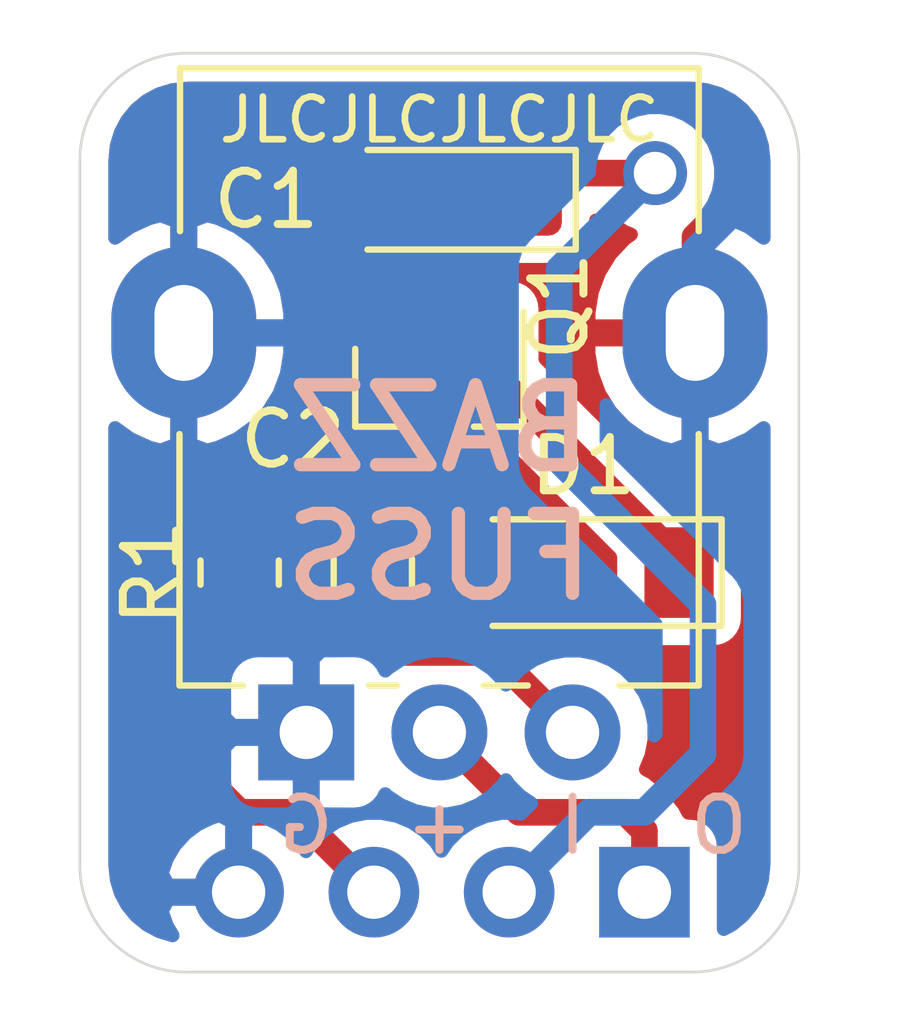
<source format=kicad_pcb>
(kicad_pcb (version 20171130) (host pcbnew "(5.1.9)-1")

  (general
    (thickness 1.6)
    (drawings 14)
    (tracks 42)
    (zones 0)
    (modules 7)
    (nets 8)
  )

  (page A4)
  (layers
    (0 F.Cu signal)
    (31 B.Cu signal)
    (32 B.Adhes user hide)
    (33 F.Adhes user hide)
    (34 B.Paste user)
    (35 F.Paste user)
    (36 B.SilkS user)
    (37 F.SilkS user)
    (38 B.Mask user)
    (39 F.Mask user)
    (40 Dwgs.User user)
    (41 Cmts.User user)
    (42 Eco1.User user)
    (43 Eco2.User user)
    (44 Edge.Cuts user)
    (45 Margin user)
    (46 B.CrtYd user hide)
    (47 F.CrtYd user hide)
    (48 B.Fab user hide)
    (49 F.Fab user hide)
  )

  (setup
    (last_trace_width 0.5)
    (user_trace_width 0.5)
    (trace_clearance 0.2)
    (zone_clearance 0.508)
    (zone_45_only no)
    (trace_min 0.2)
    (via_size 0.8)
    (via_drill 0.4)
    (via_min_size 0.4)
    (via_min_drill 0.3)
    (uvia_size 0.3)
    (uvia_drill 0.1)
    (uvias_allowed no)
    (uvia_min_size 0.2)
    (uvia_min_drill 0.1)
    (edge_width 0.05)
    (segment_width 0.2)
    (pcb_text_width 0.3)
    (pcb_text_size 1.5 1.5)
    (mod_edge_width 0.12)
    (mod_text_size 1 1)
    (mod_text_width 0.15)
    (pad_size 2.72 3.24)
    (pad_drill 1.1)
    (pad_to_mask_clearance 0)
    (aux_axis_origin 0 0)
    (visible_elements 7FFFFFFF)
    (pcbplotparams
      (layerselection 0x010f0_ffffffff)
      (usegerberextensions false)
      (usegerberattributes true)
      (usegerberadvancedattributes true)
      (creategerberjobfile true)
      (excludeedgelayer true)
      (linewidth 0.100000)
      (plotframeref false)
      (viasonmask false)
      (mode 1)
      (useauxorigin false)
      (hpglpennumber 1)
      (hpglpenspeed 20)
      (hpglpendiameter 15.000000)
      (psnegative false)
      (psa4output false)
      (plotreference true)
      (plotvalue true)
      (plotinvisibletext false)
      (padsonsilk false)
      (subtractmaskfromsilk false)
      (outputformat 1)
      (mirror false)
      (drillshape 0)
      (scaleselection 1)
      (outputdirectory ""))
  )

  (net 0 "")
  (net 1 "Net-(C1-Pad2)")
  (net 2 "Net-(C1-Pad1)")
  (net 3 "Net-(C2-Pad2)")
  (net 4 "Net-(C2-Pad1)")
  (net 5 GND)
  (net 6 "Net-(J1-Pad1)")
  (net 7 "Net-(J1-Pad3)")

  (net_class Default "This is the default net class."
    (clearance 0.2)
    (trace_width 0.25)
    (via_dia 0.8)
    (via_drill 0.4)
    (uvia_dia 0.3)
    (uvia_drill 0.1)
    (add_net GND)
    (add_net "Net-(C1-Pad1)")
    (add_net "Net-(C1-Pad2)")
    (add_net "Net-(C2-Pad1)")
    (add_net "Net-(C2-Pad2)")
    (add_net "Net-(J1-Pad1)")
    (add_net "Net-(J1-Pad3)")
  )

  (module footprints:PinHeader_1x04_P2.54mm_Vertical_nooutline (layer B.Cu) (tedit 60E69F8E) (tstamp 60D5EAD8)
    (at 128.6 112.5 90)
    (descr "Through hole straight pin header, 1x04, 2.54mm pitch, single row")
    (tags "Through hole pin header THT 1x04 2.54mm single row")
    (path /60D63A91)
    (fp_text reference J1 (at 0.25 1.9 270) (layer B.SilkS) hide
      (effects (font (size 1 1) (thickness 0.15)) (justify mirror))
    )
    (fp_text value Conn_01x04 (at 0 -9.95 270) (layer B.Fab)
      (effects (font (size 1 1) (thickness 0.15)) (justify mirror))
    )
    (fp_text user %R (at 0 -3.81) (layer B.Fab)
      (effects (font (size 1 1) (thickness 0.15)) (justify mirror))
    )
    (fp_line (start 1.8 1.8) (end -1.8 1.8) (layer B.CrtYd) (width 0.05))
    (fp_line (start 1.8 -9.4) (end 1.8 1.8) (layer B.CrtYd) (width 0.05))
    (fp_line (start -1.8 -9.4) (end 1.8 -9.4) (layer B.CrtYd) (width 0.05))
    (fp_line (start -1.8 1.8) (end -1.8 -9.4) (layer B.CrtYd) (width 0.05))
    (fp_line (start -1.27 0.635) (end -0.635 1.27) (layer B.Fab) (width 0.1))
    (fp_line (start -1.27 -8.89) (end -1.27 0.635) (layer B.Fab) (width 0.1))
    (fp_line (start 1.27 -8.89) (end -1.27 -8.89) (layer B.Fab) (width 0.1))
    (fp_line (start 1.27 1.27) (end 1.27 -8.89) (layer B.Fab) (width 0.1))
    (fp_line (start -0.635 1.27) (end 1.27 1.27) (layer B.Fab) (width 0.1))
    (pad 1 thru_hole rect (at 0 0 90) (size 1.7 1.7) (drill 1) (layers *.Cu *.Mask)
      (net 6 "Net-(J1-Pad1)"))
    (pad 2 thru_hole oval (at 0 -2.54 90) (size 1.7 1.7) (drill 1) (layers *.Cu *.Mask)
      (net 2 "Net-(C1-Pad1)"))
    (pad 3 thru_hole oval (at 0 -5.08 90) (size 1.7 1.7) (drill 1) (layers *.Cu *.Mask)
      (net 7 "Net-(J1-Pad3)"))
    (pad 4 thru_hole oval (at 0 -7.62 90) (size 1.7 1.7) (drill 1) (layers *.Cu *.Mask)
      (net 5 GND))
    (model ${KISYS3DMOD}/Connector_PinHeader_2.54mm.3dshapes/PinHeader_1x04_P2.54mm_Vertical.wrl
      (at (xyz 0 0 0))
      (scale (xyz 1 1 1))
      (rotate (xyz 0 0 0))
    )
  )

  (module Potentiometer_THT:Potentiometer_Alpha_RD901F-40-00D_Single_Vertical (layer F.Cu) (tedit 60E69D13) (tstamp 60D5EB17)
    (at 122.25 109.5 90)
    (descr "Potentiometer, vertical, 9mm, single, http://www.taiwanalpha.com.tw/downloads?target=products&id=113")
    (tags "potentiometer vertical 9mm single")
    (path /60D5F41D)
    (fp_text reference RV1 (at 0 -2.75) (layer F.SilkS) hide
      (effects (font (size 1 1) (thickness 0.15)))
    )
    (fp_text value R_POT (at 0 9.86 270) (layer F.Fab)
      (effects (font (size 1 1) (thickness 0.15)))
    )
    (fp_line (start 0.88 4.16) (end 0.88 3.33) (layer F.SilkS) (width 0.12))
    (fp_line (start 0.88 1.71) (end 0.88 1.18) (layer F.SilkS) (width 0.12))
    (fp_line (start 0.88 -1.19) (end 0.88 -2.37) (layer F.SilkS) (width 0.12))
    (fp_line (start 0.88 7.37) (end 5.6 7.37) (layer F.SilkS) (width 0.12))
    (fp_line (start 9.41 -2.37) (end 12.47 -2.37) (layer F.SilkS) (width 0.12))
    (fp_line (start 1 7.25) (end 12.35 7.25) (layer F.Fab) (width 0.1))
    (fp_line (start 1 -2.25) (end 12.35 -2.25) (layer F.Fab) (width 0.1))
    (fp_line (start 12.35 7.25) (end 12.35 -2.25) (layer F.Fab) (width 0.1))
    (fp_line (start 1 7.25) (end 1 -2.25) (layer F.Fab) (width 0.1))
    (fp_circle (center 7.5 2.5) (end 7.5 -1) (layer F.Fab) (width 0.1))
    (fp_line (start 0.88 -2.38) (end 5.6 -2.38) (layer F.SilkS) (width 0.12))
    (fp_line (start 9.41 7.37) (end 12.47 7.37) (layer F.SilkS) (width 0.12))
    (fp_line (start 0.88 7.37) (end 0.88 5.88) (layer F.SilkS) (width 0.12))
    (fp_line (start 12.47 7.37) (end 12.47 -2.37) (layer F.SilkS) (width 0.12))
    (fp_line (start 12.6 8.91) (end 12.6 -3.91) (layer F.CrtYd) (width 0.05))
    (fp_line (start 12.6 -3.91) (end -1.15 -3.91) (layer F.CrtYd) (width 0.05))
    (fp_line (start -1.15 -3.91) (end -1.15 8.91) (layer F.CrtYd) (width 0.05))
    (fp_line (start -1.15 8.91) (end 12.6 8.91) (layer F.CrtYd) (width 0.05))
    (fp_text user %R (at 7.62 2.54 90) (layer F.Fab)
      (effects (font (size 1 1) (thickness 0.15)))
    )
    (pad "" thru_hole oval (at 7.5 -2.3 180) (size 2.72 3.24) (drill oval 1.1 1.8) (layers *.Cu *.Mask)
      (net 5 GND))
    (pad "" thru_hole oval (at 7.5 7.3 180) (size 2.72 3.24) (drill oval 1.1 1.8) (layers *.Cu *.Mask)
      (net 5 GND))
    (pad 3 thru_hole circle (at 0 5 180) (size 1.8 1.8) (drill 1) (layers *.Cu *.Mask)
      (net 4 "Net-(C2-Pad1)"))
    (pad 2 thru_hole circle (at 0 2.5 180) (size 1.8 1.8) (drill 1) (layers *.Cu *.Mask)
      (net 6 "Net-(J1-Pad1)"))
    (pad 1 thru_hole rect (at 0 0 180) (size 1.8 1.8) (drill 1) (layers *.Cu *.Mask)
      (net 5 GND))
    (model ${KISYS3DMOD}/Potentiometer_THT.3dshapes/Potentiometer_Alpha_RD901F-40-00D_Single_Vertical.wrl
      (at (xyz 0 0 0))
      (scale (xyz 1 1 1))
      (rotate (xyz 0 0 0))
    )
  )

  (module Capacitor_Tantalum_SMD:CP_EIA-3216-10_Kemet-I (layer F.Cu) (tedit 5EBA9318) (tstamp 60D5EA90)
    (at 125 99.5 180)
    (descr "Tantalum Capacitor SMD Kemet-I (3216-10 Metric), IPC_7351 nominal, (Body size from: http://www.kemet.com/Lists/ProductCatalog/Attachments/253/KEM_TC101_STD.pdf), generated with kicad-footprint-generator")
    (tags "capacitor tantalum")
    (path /60D5C037)
    (attr smd)
    (fp_text reference C1 (at 3.5 0) (layer F.SilkS)
      (effects (font (size 1 1) (thickness 0.15)))
    )
    (fp_text value 4.7uf (at 0 1.75) (layer F.Fab)
      (effects (font (size 1 1) (thickness 0.15)))
    )
    (fp_text user %R (at 0 0) (layer F.Fab)
      (effects (font (size 0.8 0.8) (thickness 0.12)))
    )
    (fp_line (start 1.6 -0.8) (end -1.2 -0.8) (layer F.Fab) (width 0.1))
    (fp_line (start -1.2 -0.8) (end -1.6 -0.4) (layer F.Fab) (width 0.1))
    (fp_line (start -1.6 -0.4) (end -1.6 0.8) (layer F.Fab) (width 0.1))
    (fp_line (start -1.6 0.8) (end 1.6 0.8) (layer F.Fab) (width 0.1))
    (fp_line (start 1.6 0.8) (end 1.6 -0.8) (layer F.Fab) (width 0.1))
    (fp_line (start 1.6 -0.935) (end -2.31 -0.935) (layer F.SilkS) (width 0.12))
    (fp_line (start -2.31 -0.935) (end -2.31 0.935) (layer F.SilkS) (width 0.12))
    (fp_line (start -2.31 0.935) (end 1.6 0.935) (layer F.SilkS) (width 0.12))
    (fp_line (start -2.3 1.05) (end -2.3 -1.05) (layer F.CrtYd) (width 0.05))
    (fp_line (start -2.3 -1.05) (end 2.3 -1.05) (layer F.CrtYd) (width 0.05))
    (fp_line (start 2.3 -1.05) (end 2.3 1.05) (layer F.CrtYd) (width 0.05))
    (fp_line (start 2.3 1.05) (end -2.3 1.05) (layer F.CrtYd) (width 0.05))
    (pad 2 smd roundrect (at 1.35 0 180) (size 1.4 1.35) (layers F.Cu F.Paste F.Mask) (roundrect_rratio 0.185185)
      (net 1 "Net-(C1-Pad2)"))
    (pad 1 smd roundrect (at -1.35 0 180) (size 1.4 1.35) (layers F.Cu F.Paste F.Mask) (roundrect_rratio 0.185185)
      (net 2 "Net-(C1-Pad1)"))
    (model ${KISYS3DMOD}/Capacitor_Tantalum_SMD.3dshapes/CP_EIA-3216-10_Kemet-I.wrl
      (at (xyz 0 0 0))
      (scale (xyz 1 1 1))
      (rotate (xyz 0 0 0))
    )
  )

  (module Diode_SMD:D_MiniMELF (layer F.Cu) (tedit 5905D8F5) (tstamp 60D5F39E)
    (at 127.5 106.5 180)
    (descr "Diode Mini-MELF (SOD-80)")
    (tags "Diode Mini-MELF (SOD-80)")
    (path /60D6D978)
    (attr smd)
    (fp_text reference D1 (at 0.05 2) (layer F.SilkS)
      (effects (font (size 1 1) (thickness 0.15)))
    )
    (fp_text value LL4148 (at 0 1.75) (layer F.Fab)
      (effects (font (size 1 1) (thickness 0.15)))
    )
    (fp_line (start -2.65 1.1) (end -2.65 -1.1) (layer F.CrtYd) (width 0.05))
    (fp_line (start 2.65 1.1) (end -2.65 1.1) (layer F.CrtYd) (width 0.05))
    (fp_line (start 2.65 -1.1) (end 2.65 1.1) (layer F.CrtYd) (width 0.05))
    (fp_line (start -2.65 -1.1) (end 2.65 -1.1) (layer F.CrtYd) (width 0.05))
    (fp_line (start -0.75 0) (end -0.35 0) (layer F.Fab) (width 0.1))
    (fp_line (start -0.35 0) (end -0.35 -0.55) (layer F.Fab) (width 0.1))
    (fp_line (start -0.35 0) (end -0.35 0.55) (layer F.Fab) (width 0.1))
    (fp_line (start -0.35 0) (end 0.25 -0.4) (layer F.Fab) (width 0.1))
    (fp_line (start 0.25 -0.4) (end 0.25 0.4) (layer F.Fab) (width 0.1))
    (fp_line (start 0.25 0.4) (end -0.35 0) (layer F.Fab) (width 0.1))
    (fp_line (start 0.25 0) (end 0.75 0) (layer F.Fab) (width 0.1))
    (fp_line (start -1.65 -0.8) (end 1.65 -0.8) (layer F.Fab) (width 0.1))
    (fp_line (start -1.65 0.8) (end -1.65 -0.8) (layer F.Fab) (width 0.1))
    (fp_line (start 1.65 0.8) (end -1.65 0.8) (layer F.Fab) (width 0.1))
    (fp_line (start 1.65 -0.8) (end 1.65 0.8) (layer F.Fab) (width 0.1))
    (fp_line (start -2.55 1) (end 1.75 1) (layer F.SilkS) (width 0.12))
    (fp_line (start -2.55 -1) (end -2.55 1) (layer F.SilkS) (width 0.12))
    (fp_line (start 1.75 -1) (end -2.55 -1) (layer F.SilkS) (width 0.12))
    (fp_text user %R (at 0 -2) (layer F.Fab)
      (effects (font (size 1 1) (thickness 0.15)))
    )
    (pad 2 smd rect (at 1.75 0 180) (size 1.3 1.7) (layers F.Cu F.Paste F.Mask)
      (net 3 "Net-(C2-Pad2)"))
    (pad 1 smd rect (at -1.75 0 180) (size 1.3 1.7) (layers F.Cu F.Paste F.Mask)
      (net 1 "Net-(C1-Pad2)"))
    (model ${KISYS3DMOD}/Diode_SMD.3dshapes/D_MiniMELF.wrl
      (at (xyz 0 0 0))
      (scale (xyz 1 1 1))
      (rotate (xyz 0 0 0))
    )
  )

  (module Package_TO_SOT_SMD:SOT-23 (layer F.Cu) (tedit 5A02FF57) (tstamp 60D5EFEE)
    (at 124.75 103 270)
    (descr "SOT-23, Standard")
    (tags SOT-23)
    (path /60D6A803)
    (attr smd)
    (fp_text reference Q1 (at -1.5 -2.25 90) (layer F.SilkS)
      (effects (font (size 1 1) (thickness 0.15)))
    )
    (fp_text value NPN (at 0 2.5 90) (layer F.Fab)
      (effects (font (size 1 1) (thickness 0.15)))
    )
    (fp_line (start 0.76 1.58) (end -0.7 1.58) (layer F.SilkS) (width 0.12))
    (fp_line (start 0.76 -1.58) (end -1.4 -1.58) (layer F.SilkS) (width 0.12))
    (fp_line (start -1.7 1.75) (end -1.7 -1.75) (layer F.CrtYd) (width 0.05))
    (fp_line (start 1.7 1.75) (end -1.7 1.75) (layer F.CrtYd) (width 0.05))
    (fp_line (start 1.7 -1.75) (end 1.7 1.75) (layer F.CrtYd) (width 0.05))
    (fp_line (start -1.7 -1.75) (end 1.7 -1.75) (layer F.CrtYd) (width 0.05))
    (fp_line (start 0.76 -1.58) (end 0.76 -0.65) (layer F.SilkS) (width 0.12))
    (fp_line (start 0.76 1.58) (end 0.76 0.65) (layer F.SilkS) (width 0.12))
    (fp_line (start -0.7 1.52) (end 0.7 1.52) (layer F.Fab) (width 0.1))
    (fp_line (start 0.7 -1.52) (end 0.7 1.52) (layer F.Fab) (width 0.1))
    (fp_line (start -0.7 -0.95) (end -0.15 -1.52) (layer F.Fab) (width 0.1))
    (fp_line (start -0.15 -1.52) (end 0.7 -1.52) (layer F.Fab) (width 0.1))
    (fp_line (start -0.7 -0.95) (end -0.7 1.5) (layer F.Fab) (width 0.1))
    (fp_text user %R (at 0 0) (layer F.Fab)
      (effects (font (size 0.5 0.5) (thickness 0.075)))
    )
    (pad 3 smd rect (at 1 0 270) (size 0.9 0.8) (layers F.Cu F.Paste F.Mask)
      (net 3 "Net-(C2-Pad2)"))
    (pad 2 smd rect (at -1 0.95 270) (size 0.9 0.8) (layers F.Cu F.Paste F.Mask)
      (net 5 GND))
    (pad 1 smd rect (at -1 -0.95 270) (size 0.9 0.8) (layers F.Cu F.Paste F.Mask)
      (net 1 "Net-(C1-Pad2)"))
    (model ${KISYS3DMOD}/Package_TO_SOT_SMD.3dshapes/SOT-23.wrl
      (at (xyz 0 0 0))
      (scale (xyz 1 1 1))
      (rotate (xyz 0 0 0))
    )
  )

  (module Resistor_SMD:R_0805_2012Metric (layer F.Cu) (tedit 5F68FEEE) (tstamp 60D5EAFB)
    (at 121 106.5 90)
    (descr "Resistor SMD 0805 (2012 Metric), square (rectangular) end terminal, IPC_7351 nominal, (Body size source: IPC-SM-782 page 72, https://www.pcb-3d.com/wordpress/wp-content/uploads/ipc-sm-782a_amendment_1_and_2.pdf), generated with kicad-footprint-generator")
    (tags resistor)
    (path /60D5D892)
    (attr smd)
    (fp_text reference R1 (at 0 -1.65 90) (layer F.SilkS)
      (effects (font (size 1 1) (thickness 0.15)))
    )
    (fp_text value 10K (at 0 1.65 90) (layer F.Fab)
      (effects (font (size 1 1) (thickness 0.15)))
    )
    (fp_line (start 1.68 0.95) (end -1.68 0.95) (layer F.CrtYd) (width 0.05))
    (fp_line (start 1.68 -0.95) (end 1.68 0.95) (layer F.CrtYd) (width 0.05))
    (fp_line (start -1.68 -0.95) (end 1.68 -0.95) (layer F.CrtYd) (width 0.05))
    (fp_line (start -1.68 0.95) (end -1.68 -0.95) (layer F.CrtYd) (width 0.05))
    (fp_line (start -0.227064 0.735) (end 0.227064 0.735) (layer F.SilkS) (width 0.12))
    (fp_line (start -0.227064 -0.735) (end 0.227064 -0.735) (layer F.SilkS) (width 0.12))
    (fp_line (start 1 0.625) (end -1 0.625) (layer F.Fab) (width 0.1))
    (fp_line (start 1 -0.625) (end 1 0.625) (layer F.Fab) (width 0.1))
    (fp_line (start -1 -0.625) (end 1 -0.625) (layer F.Fab) (width 0.1))
    (fp_line (start -1 0.625) (end -1 -0.625) (layer F.Fab) (width 0.1))
    (fp_text user %R (at 0 0 90) (layer F.Fab)
      (effects (font (size 0.5 0.5) (thickness 0.08)))
    )
    (pad 2 smd roundrect (at 0.9125 0 90) (size 1.025 1.4) (layers F.Cu F.Paste F.Mask) (roundrect_rratio 0.2439014634146341)
      (net 3 "Net-(C2-Pad2)"))
    (pad 1 smd roundrect (at -0.9125 0 90) (size 1.025 1.4) (layers F.Cu F.Paste F.Mask) (roundrect_rratio 0.2439014634146341)
      (net 7 "Net-(J1-Pad3)"))
    (model ${KISYS3DMOD}/Resistor_SMD.3dshapes/R_0805_2012Metric.wrl
      (at (xyz 0 0 0))
      (scale (xyz 1 1 1))
      (rotate (xyz 0 0 0))
    )
  )

  (module Capacitor_SMD:C_0805_2012Metric (layer F.Cu) (tedit 5F68FEEE) (tstamp 60D5EAA1)
    (at 123.5 106.5 90)
    (descr "Capacitor SMD 0805 (2012 Metric), square (rectangular) end terminal, IPC_7351 nominal, (Body size source: IPC-SM-782 page 76, https://www.pcb-3d.com/wordpress/wp-content/uploads/ipc-sm-782a_amendment_1_and_2.pdf, https://docs.google.com/spreadsheets/d/1BsfQQcO9C6DZCsRaXUlFlo91Tg2WpOkGARC1WS5S8t0/edit?usp=sharing), generated with kicad-footprint-generator")
    (tags capacitor)
    (path /60D5BA61)
    (attr smd)
    (fp_text reference C2 (at 2.5 -1.5 180) (layer F.SilkS)
      (effects (font (size 1 1) (thickness 0.15)))
    )
    (fp_text value 100n (at 0 1.68 90) (layer F.Fab)
      (effects (font (size 1 1) (thickness 0.15)))
    )
    (fp_line (start 1.7 0.98) (end -1.7 0.98) (layer F.CrtYd) (width 0.05))
    (fp_line (start 1.7 -0.98) (end 1.7 0.98) (layer F.CrtYd) (width 0.05))
    (fp_line (start -1.7 -0.98) (end 1.7 -0.98) (layer F.CrtYd) (width 0.05))
    (fp_line (start -1.7 0.98) (end -1.7 -0.98) (layer F.CrtYd) (width 0.05))
    (fp_line (start -0.261252 0.735) (end 0.261252 0.735) (layer F.SilkS) (width 0.12))
    (fp_line (start -0.261252 -0.735) (end 0.261252 -0.735) (layer F.SilkS) (width 0.12))
    (fp_line (start 1 0.625) (end -1 0.625) (layer F.Fab) (width 0.1))
    (fp_line (start 1 -0.625) (end 1 0.625) (layer F.Fab) (width 0.1))
    (fp_line (start -1 -0.625) (end 1 -0.625) (layer F.Fab) (width 0.1))
    (fp_line (start -1 0.625) (end -1 -0.625) (layer F.Fab) (width 0.1))
    (fp_text user %R (at 0 0 90) (layer F.Fab)
      (effects (font (size 0.5 0.5) (thickness 0.08)))
    )
    (pad 2 smd roundrect (at 0.95 0 90) (size 1 1.45) (layers F.Cu F.Paste F.Mask) (roundrect_rratio 0.25)
      (net 3 "Net-(C2-Pad2)"))
    (pad 1 smd roundrect (at -0.95 0 90) (size 1 1.45) (layers F.Cu F.Paste F.Mask) (roundrect_rratio 0.25)
      (net 4 "Net-(C2-Pad1)"))
    (model ${KISYS3DMOD}/Capacitor_SMD.3dshapes/C_0805_2012Metric.wrl
      (at (xyz 0 0 0))
      (scale (xyz 1 1 1))
      (rotate (xyz 0 0 0))
    )
  )

  (gr_arc (start 129.5 112) (end 129.5 114) (angle -90) (layer Edge.Cuts) (width 0.05))
  (gr_arc (start 120 112) (end 118 112) (angle -90) (layer Edge.Cuts) (width 0.05))
  (gr_arc (start 120 98.75) (end 120 96.75) (angle -90) (layer Edge.Cuts) (width 0.05))
  (gr_arc (start 129.5 98.75) (end 131.5 98.75) (angle -90) (layer Edge.Cuts) (width 0.05))
  (gr_text O (at 130 111.25) (layer B.SilkS)
    (effects (font (size 1 1) (thickness 0.15)) (justify mirror))
  )
  (gr_text I (at 127.25 111.25) (layer B.SilkS)
    (effects (font (size 1 1) (thickness 0.15)) (justify mirror))
  )
  (gr_text + (at 124.75 111.25) (layer B.SilkS)
    (effects (font (size 1 1) (thickness 0.15)) (justify mirror))
  )
  (gr_text G (at 122.25 111.25) (layer B.SilkS)
    (effects (font (size 1 1) (thickness 0.15)) (justify mirror))
  )
  (gr_text "BAZZ\nFUSS" (at 124.75 105) (layer B.SilkS)
    (effects (font (size 1.5 1.5) (thickness 0.25)) (justify mirror))
  )
  (gr_text JLCJLCJLCJLC (at 124.75 98) (layer F.SilkS)
    (effects (font (size 0.8 0.8) (thickness 0.125)))
  )
  (gr_line (start 118 112) (end 118 98.75) (layer Edge.Cuts) (width 0.05) (tstamp 60D5F90E))
  (gr_line (start 129.5 114) (end 120 114) (layer Edge.Cuts) (width 0.05))
  (gr_line (start 131.5 98.75) (end 131.5 112) (layer Edge.Cuts) (width 0.05))
  (gr_line (start 120 96.75) (end 129.5 96.75) (layer Edge.Cuts) (width 0.05))

  (segment (start 123.65 99.95) (end 125.7 102) (width 0.5) (layer F.Cu) (net 1))
  (segment (start 123.65 99.5) (end 123.65 99.95) (width 0.5) (layer F.Cu) (net 1))
  (segment (start 125.7 102) (end 125.7 102.7) (width 0.5) (layer F.Cu) (net 1))
  (segment (start 129.25 106.25) (end 129.25 106.5) (width 0.5) (layer F.Cu) (net 1))
  (segment (start 125.7 102.7) (end 129.25 106.25) (width 0.5) (layer F.Cu) (net 1))
  (segment (start 126.06 112.5) (end 126.06 111.94) (width 0.5) (layer B.Cu) (net 2))
  (segment (start 126.06 112.5) (end 127.56 111) (width 0.5) (layer B.Cu) (net 2))
  (segment (start 127.56 111) (end 128.6 111) (width 0.5) (layer B.Cu) (net 2))
  (segment (start 128.6 111) (end 129.7 109.9) (width 0.5) (layer B.Cu) (net 2))
  (segment (start 129.7 109.9) (end 129.7 107.1) (width 0.5) (layer B.Cu) (net 2))
  (segment (start 129.7 107.1) (end 127 104.4) (width 0.5) (layer B.Cu) (net 2))
  (segment (start 127 104.4) (end 127 101.3) (width 0.5) (layer B.Cu) (net 2))
  (segment (start 127 101.3) (end 127 100.8) (width 0.5) (layer B.Cu) (net 2))
  (segment (start 127 100.8) (end 128.8 99) (width 0.5) (layer B.Cu) (net 2))
  (segment (start 128.8 99) (end 128.8 99) (width 0.5) (layer B.Cu) (net 2) (tstamp 60E716B1))
  (via (at 128.8 99) (size 1.2) (drill 0.8) (layers F.Cu B.Cu) (net 2) (status 1000000))
  (segment (start 126.85 99) (end 126.35 99.5) (width 0.5) (layer F.Cu) (net 2))
  (segment (start 128.8 99) (end 126.85 99) (width 0.5) (layer F.Cu) (net 2))
  (segment (start 124.75 104.3) (end 123.5 105.55) (width 0.5) (layer F.Cu) (net 3))
  (segment (start 124.75 104) (end 124.75 104.3) (width 0.5) (layer F.Cu) (net 3))
  (segment (start 121.0375 105.55) (end 121 105.5875) (width 0.5) (layer F.Cu) (net 3))
  (segment (start 123.5 105.55) (end 121.0375 105.55) (width 0.5) (layer F.Cu) (net 3))
  (segment (start 124.8 105.55) (end 125.75 106.5) (width 0.5) (layer F.Cu) (net 3))
  (segment (start 123.5 105.55) (end 124.8 105.55) (width 0.5) (layer F.Cu) (net 3))
  (segment (start 124.05 108) (end 125.75 108) (width 0.5) (layer F.Cu) (net 4))
  (segment (start 123.5 107.45) (end 124.05 108) (width 0.5) (layer F.Cu) (net 4))
  (segment (start 125.75 108) (end 127.25 109.5) (width 0.5) (layer F.Cu) (net 4))
  (segment (start 122.25 109.5) (end 122.25 110) (width 0.25) (layer B.Cu) (net 5))
  (segment (start 129.55 102) (end 129.55 100.45) (width 0.5) (layer B.Cu) (net 5))
  (segment (start 129.55 100.45) (end 130.5 99.5) (width 0.5) (layer B.Cu) (net 5))
  (segment (start 129.55 102) (end 129.55 100.2) (width 0.5) (layer F.Cu) (net 5))
  (segment (start 129.55 100.2) (end 130.25 99.5) (width 0.5) (layer F.Cu) (net 5))
  (segment (start 128.6 112.8) (end 128.05 112.8) (width 0.25) (layer F.Cu) (net 6))
  (segment (start 126.25 111) (end 128.25 111) (width 0.5) (layer F.Cu) (net 6))
  (segment (start 124.75 109.5) (end 126.25 111) (width 0.5) (layer F.Cu) (net 6))
  (segment (start 128.25 111) (end 128.6 111.35) (width 0.5) (layer F.Cu) (net 6))
  (segment (start 128.6 111.35) (end 128.6 112.5) (width 0.5) (layer F.Cu) (net 6))
  (segment (start 122.02 111) (end 123.52 112.5) (width 0.5) (layer F.Cu) (net 7))
  (segment (start 121 111) (end 122.02 111) (width 0.5) (layer F.Cu) (net 7))
  (segment (start 120 110) (end 121 111) (width 0.5) (layer F.Cu) (net 7))
  (segment (start 120 108.4125) (end 120 110) (width 0.5) (layer F.Cu) (net 7))
  (segment (start 121 107.4125) (end 120 108.4125) (width 0.5) (layer F.Cu) (net 7))

  (zone (net 5) (net_name GND) (layer F.Cu) (tstamp 0) (hatch edge 0.508)
    (connect_pads (clearance 0.508))
    (min_thickness 0.254)
    (fill yes (arc_segments 32) (thermal_gap 0.508) (thermal_bridge_width 0.508))
    (polygon
      (pts
        (xy 132 114.75) (xy 117 114.5) (xy 116.5 96.5) (xy 132.25 96.25)
      )
    )
    (filled_polygon
      (pts
        (xy 129.759659 97.438625) (xy 130.009429 97.514035) (xy 130.239792 97.636522) (xy 130.44198 97.801422) (xy 130.608286 98.00245)
        (xy 130.732378 98.231954) (xy 130.809531 98.481195) (xy 130.84 98.771089) (xy 130.84 100.217307) (xy 130.552767 100.010661)
        (xy 130.196122 99.84826) (xy 129.98689 99.793425) (xy 129.677002 99.908146) (xy 129.677002 99.869552) (xy 129.759287 99.787267)
        (xy 129.894443 99.584992) (xy 129.98754 99.360236) (xy 130.035 99.121637) (xy 130.035 98.878363) (xy 129.98754 98.639764)
        (xy 129.894443 98.415008) (xy 129.759287 98.212733) (xy 129.587267 98.040713) (xy 129.384992 97.905557) (xy 129.160236 97.81246)
        (xy 128.921637 97.765) (xy 128.678363 97.765) (xy 128.439764 97.81246) (xy 128.215008 97.905557) (xy 128.012733 98.040713)
        (xy 127.938446 98.115) (xy 126.893469 98.115) (xy 126.85 98.110719) (xy 126.806531 98.115) (xy 126.806523 98.115)
        (xy 126.67651 98.127805) (xy 126.509687 98.178411) (xy 126.493753 98.186928) (xy 125.899999 98.186928) (xy 125.726745 98.203992)
        (xy 125.560149 98.254528) (xy 125.406613 98.336595) (xy 125.272038 98.447038) (xy 125.161595 98.581613) (xy 125.079528 98.735149)
        (xy 125.028992 98.901745) (xy 125.011928 99.074999) (xy 125.011928 99.925001) (xy 125.026715 100.075137) (xy 124.978076 100.026497)
        (xy 124.988072 99.925001) (xy 124.988072 99.074999) (xy 124.971008 98.901745) (xy 124.920472 98.735149) (xy 124.838405 98.581613)
        (xy 124.727962 98.447038) (xy 124.593387 98.336595) (xy 124.439851 98.254528) (xy 124.273255 98.203992) (xy 124.100001 98.186928)
        (xy 123.199999 98.186928) (xy 123.026745 98.203992) (xy 122.860149 98.254528) (xy 122.706613 98.336595) (xy 122.572038 98.447038)
        (xy 122.461595 98.581613) (xy 122.379528 98.735149) (xy 122.328992 98.901745) (xy 122.311928 99.074999) (xy 122.311928 99.925001)
        (xy 122.328992 100.098255) (xy 122.379528 100.264851) (xy 122.461595 100.418387) (xy 122.572038 100.552962) (xy 122.706613 100.663405)
        (xy 122.860149 100.745472) (xy 123.026745 100.796008) (xy 123.199999 100.813072) (xy 123.261494 100.813072) (xy 123.363905 100.915483)
        (xy 123.275518 100.924188) (xy 123.15582 100.960498) (xy 123.045506 101.019463) (xy 122.948815 101.098815) (xy 122.869463 101.195506)
        (xy 122.810498 101.30582) (xy 122.774188 101.425518) (xy 122.761928 101.55) (xy 122.765 101.71425) (xy 122.92375 101.873)
        (xy 123.673 101.873) (xy 123.673 101.853) (xy 123.927 101.853) (xy 123.927 101.873) (xy 123.947 101.873)
        (xy 123.947 102.127) (xy 123.927 102.127) (xy 123.927 102.92625) (xy 124.011607 103.010857) (xy 123.995506 103.019463)
        (xy 123.898815 103.098815) (xy 123.819463 103.195506) (xy 123.760498 103.30582) (xy 123.724188 103.425518) (xy 123.711928 103.55)
        (xy 123.711928 104.086493) (xy 123.386494 104.411928) (xy 123.025 104.411928) (xy 122.851746 104.428992) (xy 122.68515 104.479528)
        (xy 122.531614 104.561595) (xy 122.405614 104.665) (xy 122.038924 104.665) (xy 121.943387 104.586595) (xy 121.789852 104.504528)
        (xy 121.623256 104.453992) (xy 121.450002 104.436928) (xy 120.549998 104.436928) (xy 120.376744 104.453992) (xy 120.210148 104.504528)
        (xy 120.056613 104.586595) (xy 119.922038 104.697038) (xy 119.811595 104.831613) (xy 119.729528 104.985148) (xy 119.678992 105.151744)
        (xy 119.661928 105.324998) (xy 119.661928 105.850002) (xy 119.678992 106.023256) (xy 119.729528 106.189852) (xy 119.811595 106.343387)
        (xy 119.922038 106.477962) (xy 119.948891 106.5) (xy 119.922038 106.522038) (xy 119.811595 106.656613) (xy 119.729528 106.810148)
        (xy 119.678992 106.976744) (xy 119.661928 107.149998) (xy 119.661928 107.498994) (xy 119.404956 107.755966) (xy 119.371183 107.783683)
        (xy 119.260589 107.918442) (xy 119.178411 108.072188) (xy 119.127805 108.239011) (xy 119.115 108.369024) (xy 119.115 108.369031)
        (xy 119.110719 108.4125) (xy 119.115 108.455969) (xy 119.115001 109.956521) (xy 119.110719 110) (xy 119.127805 110.17349)
        (xy 119.178412 110.340313) (xy 119.26059 110.494059) (xy 119.343468 110.595046) (xy 119.343471 110.595049) (xy 119.371184 110.628817)
        (xy 119.404951 110.656529) (xy 120.077734 111.329313) (xy 119.979731 111.402412) (xy 119.784822 111.618645) (xy 119.635843 111.868748)
        (xy 119.538519 112.143109) (xy 119.659186 112.373) (xy 120.853 112.373) (xy 120.853 112.353) (xy 121.107 112.353)
        (xy 121.107 112.373) (xy 121.127 112.373) (xy 121.127 112.627) (xy 121.107 112.627) (xy 121.107 112.647)
        (xy 120.853 112.647) (xy 120.853 112.627) (xy 119.659186 112.627) (xy 119.538519 112.856891) (xy 119.635843 113.131252)
        (xy 119.74331 113.311666) (xy 119.74034 113.311375) (xy 119.490571 113.235965) (xy 119.260206 113.113477) (xy 119.058021 112.948579)
        (xy 118.891712 112.747546) (xy 118.767622 112.518046) (xy 118.690469 112.268805) (xy 118.66 111.978911) (xy 118.66 103.782693)
        (xy 118.947233 103.989339) (xy 119.303878 104.15174) (xy 119.51311 104.206575) (xy 119.823 104.091853) (xy 119.823 102.127)
        (xy 120.077 102.127) (xy 120.077 104.091853) (xy 120.38689 104.206575) (xy 120.596122 104.15174) (xy 120.952767 103.989339)
        (xy 121.270876 103.76048) (xy 121.538225 103.473959) (xy 121.744539 103.140786) (xy 121.88189 102.773765) (xy 121.93472 102.45)
        (xy 122.761928 102.45) (xy 122.774188 102.574482) (xy 122.810498 102.69418) (xy 122.869463 102.804494) (xy 122.948815 102.901185)
        (xy 123.045506 102.980537) (xy 123.15582 103.039502) (xy 123.275518 103.075812) (xy 123.4 103.088072) (xy 123.51425 103.085)
        (xy 123.673 102.92625) (xy 123.673 102.127) (xy 122.92375 102.127) (xy 122.765 102.28575) (xy 122.761928 102.45)
        (xy 121.93472 102.45) (xy 121.945 102.387) (xy 121.945 102.127) (xy 120.077 102.127) (xy 119.823 102.127)
        (xy 119.803 102.127) (xy 119.803 101.873) (xy 119.823 101.873) (xy 119.823 99.908147) (xy 120.077 99.908147)
        (xy 120.077 101.873) (xy 121.945 101.873) (xy 121.945 101.613) (xy 121.88189 101.226235) (xy 121.744539 100.859214)
        (xy 121.538225 100.526041) (xy 121.270876 100.23952) (xy 120.952767 100.010661) (xy 120.596122 99.84826) (xy 120.38689 99.793425)
        (xy 120.077 99.908147) (xy 119.823 99.908147) (xy 119.51311 99.793425) (xy 119.303878 99.84826) (xy 118.947233 100.010661)
        (xy 118.66 100.217307) (xy 118.66 98.782279) (xy 118.688625 98.490341) (xy 118.764035 98.240571) (xy 118.886522 98.010208)
        (xy 119.051422 97.80802) (xy 119.25245 97.641714) (xy 119.481954 97.517622) (xy 119.731195 97.440469) (xy 120.021088 97.41)
        (xy 129.467721 97.41)
      )
    )
    (filled_polygon
      (pts
        (xy 128.012733 99.959287) (xy 128.215008 100.094443) (xy 128.35194 100.151162) (xy 128.229124 100.23952) (xy 127.961775 100.526041)
        (xy 127.755461 100.859214) (xy 127.61811 101.226235) (xy 127.555 101.613) (xy 127.555 101.873) (xy 129.423 101.873)
        (xy 129.423 101.853) (xy 129.677 101.853) (xy 129.677 101.873) (xy 129.697 101.873) (xy 129.697 102.127)
        (xy 129.677 102.127) (xy 129.677 104.091853) (xy 129.98689 104.206575) (xy 130.196122 104.15174) (xy 130.552767 103.989339)
        (xy 130.84 103.782693) (xy 130.840001 111.967711) (xy 130.811375 112.25966) (xy 130.735965 112.509429) (xy 130.613477 112.739794)
        (xy 130.448579 112.941979) (xy 130.247546 113.108288) (xy 130.088072 113.194515) (xy 130.088072 111.65) (xy 130.075812 111.525518)
        (xy 130.039502 111.40582) (xy 129.980537 111.295506) (xy 129.901185 111.198815) (xy 129.804494 111.119463) (xy 129.69418 111.060498)
        (xy 129.574482 111.024188) (xy 129.45 111.011928) (xy 129.422269 111.011928) (xy 129.421589 111.009687) (xy 129.339411 110.855941)
        (xy 129.228817 110.721183) (xy 129.195045 110.693467) (xy 128.906534 110.404956) (xy 128.878817 110.371183) (xy 128.744059 110.260589)
        (xy 128.623186 110.195982) (xy 128.726011 109.947743) (xy 128.785 109.651184) (xy 128.785 109.348816) (xy 128.726011 109.052257)
        (xy 128.610299 108.772905) (xy 128.442312 108.521495) (xy 128.228505 108.307688) (xy 127.977095 108.139701) (xy 127.697743 108.023989)
        (xy 127.401184 107.965) (xy 127.098816 107.965) (xy 126.988518 107.98694) (xy 126.82459 107.823011) (xy 126.851185 107.801185)
        (xy 126.930537 107.704494) (xy 126.989502 107.59418) (xy 127.025812 107.474482) (xy 127.038072 107.35) (xy 127.038072 105.65)
        (xy 127.025812 105.525518) (xy 126.989502 105.40582) (xy 126.930537 105.295506) (xy 126.851185 105.198815) (xy 126.754494 105.119463)
        (xy 126.64418 105.060498) (xy 126.524482 105.024188) (xy 126.4 105.011928) (xy 125.513506 105.011928) (xy 125.48991 104.988332)
        (xy 125.504494 104.980537) (xy 125.601185 104.901185) (xy 125.680537 104.804494) (xy 125.739502 104.69418) (xy 125.775812 104.574482)
        (xy 125.788072 104.45) (xy 125.788072 104.03965) (xy 127.961928 106.213507) (xy 127.961928 107.35) (xy 127.974188 107.474482)
        (xy 128.010498 107.59418) (xy 128.069463 107.704494) (xy 128.148815 107.801185) (xy 128.245506 107.880537) (xy 128.35582 107.939502)
        (xy 128.475518 107.975812) (xy 128.6 107.988072) (xy 129.9 107.988072) (xy 130.024482 107.975812) (xy 130.14418 107.939502)
        (xy 130.254494 107.880537) (xy 130.351185 107.801185) (xy 130.430537 107.704494) (xy 130.489502 107.59418) (xy 130.525812 107.474482)
        (xy 130.538072 107.35) (xy 130.538072 105.65) (xy 130.525812 105.525518) (xy 130.489502 105.40582) (xy 130.430537 105.295506)
        (xy 130.351185 105.198815) (xy 130.254494 105.119463) (xy 130.14418 105.060498) (xy 130.024482 105.024188) (xy 129.9 105.011928)
        (xy 129.263507 105.011928) (xy 126.7348 102.483222) (xy 126.738072 102.45) (xy 126.738072 102.127) (xy 127.555 102.127)
        (xy 127.555 102.387) (xy 127.61811 102.773765) (xy 127.755461 103.140786) (xy 127.961775 103.473959) (xy 128.229124 103.76048)
        (xy 128.547233 103.989339) (xy 128.903878 104.15174) (xy 129.11311 104.206575) (xy 129.423 104.091853) (xy 129.423 102.127)
        (xy 127.555 102.127) (xy 126.738072 102.127) (xy 126.738072 101.55) (xy 126.725812 101.425518) (xy 126.689502 101.30582)
        (xy 126.630537 101.195506) (xy 126.551185 101.098815) (xy 126.454494 101.019463) (xy 126.34418 100.960498) (xy 126.224482 100.924188)
        (xy 126.1 100.911928) (xy 125.863507 100.911928) (xy 125.749864 100.798285) (xy 125.899999 100.813072) (xy 126.800001 100.813072)
        (xy 126.973255 100.796008) (xy 127.139851 100.745472) (xy 127.293387 100.663405) (xy 127.427962 100.552962) (xy 127.538405 100.418387)
        (xy 127.620472 100.264851) (xy 127.671008 100.098255) (xy 127.688072 99.925001) (xy 127.688072 99.885) (xy 127.938446 99.885)
      )
    )
    (filled_polygon
      (pts
        (xy 122.377 109.373) (xy 122.397 109.373) (xy 122.397 109.627) (xy 122.377 109.627) (xy 122.377 109.647)
        (xy 122.123 109.647) (xy 122.123 109.627) (xy 122.103 109.627) (xy 122.103 109.373) (xy 122.123 109.373)
        (xy 122.123 109.353) (xy 122.377 109.353)
      )
    )
  )
  (zone (net 5) (net_name GND) (layer B.Cu) (tstamp 0) (hatch edge 0.508)
    (connect_pads (clearance 0.508))
    (min_thickness 0.254)
    (fill yes (arc_segments 32) (thermal_gap 0.508) (thermal_bridge_width 0.508))
    (polygon
      (pts
        (xy 133.5 96.5) (xy 133 114.5) (xy 117.25 115) (xy 117.5 95.75)
      )
    )
    (filled_polygon
      (pts
        (xy 129.759659 97.438625) (xy 130.009429 97.514035) (xy 130.239792 97.636522) (xy 130.44198 97.801422) (xy 130.608286 98.00245)
        (xy 130.732378 98.231954) (xy 130.809531 98.481195) (xy 130.84 98.771089) (xy 130.84 100.217307) (xy 130.552767 100.010661)
        (xy 130.196122 99.84826) (xy 129.98689 99.793425) (xy 129.677002 99.908146) (xy 129.677002 99.869552) (xy 129.759287 99.787267)
        (xy 129.894443 99.584992) (xy 129.98754 99.360236) (xy 130.035 99.121637) (xy 130.035 98.878363) (xy 129.98754 98.639764)
        (xy 129.894443 98.415008) (xy 129.759287 98.212733) (xy 129.587267 98.040713) (xy 129.384992 97.905557) (xy 129.160236 97.81246)
        (xy 128.921637 97.765) (xy 128.678363 97.765) (xy 128.439764 97.81246) (xy 128.215008 97.905557) (xy 128.012733 98.040713)
        (xy 127.840713 98.212733) (xy 127.705557 98.415008) (xy 127.61246 98.639764) (xy 127.565 98.878363) (xy 127.565 98.983421)
        (xy 126.404951 100.143471) (xy 126.371184 100.171183) (xy 126.343471 100.204951) (xy 126.343468 100.204954) (xy 126.26059 100.305941)
        (xy 126.178411 100.459687) (xy 126.127805 100.62651) (xy 126.115 100.756523) (xy 126.115 100.756531) (xy 126.110719 100.8)
        (xy 126.115 100.843469) (xy 126.115 101.343476) (xy 126.115001 101.343486) (xy 126.115 104.356531) (xy 126.110719 104.4)
        (xy 126.115 104.443469) (xy 126.115 104.443476) (xy 126.127805 104.573489) (xy 126.178411 104.740312) (xy 126.260589 104.894058)
        (xy 126.371183 105.028817) (xy 126.404956 105.056534) (xy 128.815001 107.46658) (xy 128.815 109.533421) (xy 128.785 109.563421)
        (xy 128.785 109.348816) (xy 128.726011 109.052257) (xy 128.610299 108.772905) (xy 128.442312 108.521495) (xy 128.228505 108.307688)
        (xy 127.977095 108.139701) (xy 127.697743 108.023989) (xy 127.401184 107.965) (xy 127.098816 107.965) (xy 126.802257 108.023989)
        (xy 126.522905 108.139701) (xy 126.271495 108.307688) (xy 126.057688 108.521495) (xy 126 108.607831) (xy 125.942312 108.521495)
        (xy 125.728505 108.307688) (xy 125.477095 108.139701) (xy 125.197743 108.023989) (xy 124.901184 107.965) (xy 124.598816 107.965)
        (xy 124.302257 108.023989) (xy 124.022905 108.139701) (xy 123.771495 108.307688) (xy 123.73388 108.345303) (xy 123.680537 108.245506)
        (xy 123.601185 108.148815) (xy 123.504494 108.069463) (xy 123.39418 108.010498) (xy 123.274482 107.974188) (xy 123.15 107.961928)
        (xy 122.53575 107.965) (xy 122.377 108.12375) (xy 122.377 109.373) (xy 122.397 109.373) (xy 122.397 109.627)
        (xy 122.377 109.627) (xy 122.377 110.87625) (xy 122.53575 111.035) (xy 123.15 111.038072) (xy 123.274482 111.025812)
        (xy 123.39418 110.989502) (xy 123.504494 110.930537) (xy 123.601185 110.851185) (xy 123.680537 110.754494) (xy 123.73388 110.654697)
        (xy 123.771495 110.692312) (xy 124.022905 110.860299) (xy 124.302257 110.976011) (xy 124.598816 111.035) (xy 124.901184 111.035)
        (xy 125.197743 110.976011) (xy 125.477095 110.860299) (xy 125.728505 110.692312) (xy 125.942312 110.478505) (xy 126 110.392169)
        (xy 126.057688 110.478505) (xy 126.271495 110.692312) (xy 126.478076 110.830345) (xy 126.27896 111.029461) (xy 126.20626 111.015)
        (xy 125.91374 111.015) (xy 125.626842 111.072068) (xy 125.356589 111.18401) (xy 125.113368 111.346525) (xy 124.906525 111.553368)
        (xy 124.79 111.72776) (xy 124.673475 111.553368) (xy 124.466632 111.346525) (xy 124.223411 111.18401) (xy 123.953158 111.072068)
        (xy 123.66626 111.015) (xy 123.37374 111.015) (xy 123.086842 111.072068) (xy 122.816589 111.18401) (xy 122.573368 111.346525)
        (xy 122.366525 111.553368) (xy 122.244805 111.735534) (xy 122.175178 111.618645) (xy 121.980269 111.402412) (xy 121.74692 111.228359)
        (xy 121.484099 111.103175) (xy 121.33689 111.058524) (xy 121.107 111.179845) (xy 121.107 112.373) (xy 121.127 112.373)
        (xy 121.127 112.627) (xy 121.107 112.627) (xy 121.107 112.647) (xy 120.853 112.647) (xy 120.853 112.627)
        (xy 119.659186 112.627) (xy 119.538519 112.856891) (xy 119.635843 113.131252) (xy 119.74331 113.311666) (xy 119.74034 113.311375)
        (xy 119.490571 113.235965) (xy 119.260206 113.113477) (xy 119.058021 112.948579) (xy 118.891712 112.747546) (xy 118.767622 112.518046)
        (xy 118.690469 112.268805) (xy 118.677258 112.143109) (xy 119.538519 112.143109) (xy 119.659186 112.373) (xy 120.853 112.373)
        (xy 120.853 111.179845) (xy 120.62311 111.058524) (xy 120.475901 111.103175) (xy 120.21308 111.228359) (xy 119.979731 111.402412)
        (xy 119.784822 111.618645) (xy 119.635843 111.868748) (xy 119.538519 112.143109) (xy 118.677258 112.143109) (xy 118.66 111.978911)
        (xy 118.66 110.4) (xy 120.711928 110.4) (xy 120.724188 110.524482) (xy 120.760498 110.64418) (xy 120.819463 110.754494)
        (xy 120.898815 110.851185) (xy 120.995506 110.930537) (xy 121.10582 110.989502) (xy 121.225518 111.025812) (xy 121.35 111.038072)
        (xy 121.96425 111.035) (xy 122.123 110.87625) (xy 122.123 109.627) (xy 120.87375 109.627) (xy 120.715 109.78575)
        (xy 120.711928 110.4) (xy 118.66 110.4) (xy 118.66 108.6) (xy 120.711928 108.6) (xy 120.715 109.21425)
        (xy 120.87375 109.373) (xy 122.123 109.373) (xy 122.123 108.12375) (xy 121.96425 107.965) (xy 121.35 107.961928)
        (xy 121.225518 107.974188) (xy 121.10582 108.010498) (xy 120.995506 108.069463) (xy 120.898815 108.148815) (xy 120.819463 108.245506)
        (xy 120.760498 108.35582) (xy 120.724188 108.475518) (xy 120.711928 108.6) (xy 118.66 108.6) (xy 118.66 103.782693)
        (xy 118.947233 103.989339) (xy 119.303878 104.15174) (xy 119.51311 104.206575) (xy 119.823 104.091853) (xy 119.823 102.127)
        (xy 120.077 102.127) (xy 120.077 104.091853) (xy 120.38689 104.206575) (xy 120.596122 104.15174) (xy 120.952767 103.989339)
        (xy 121.270876 103.76048) (xy 121.538225 103.473959) (xy 121.744539 103.140786) (xy 121.88189 102.773765) (xy 121.945 102.387)
        (xy 121.945 102.127) (xy 120.077 102.127) (xy 119.823 102.127) (xy 119.803 102.127) (xy 119.803 101.873)
        (xy 119.823 101.873) (xy 119.823 99.908147) (xy 120.077 99.908147) (xy 120.077 101.873) (xy 121.945 101.873)
        (xy 121.945 101.613) (xy 121.88189 101.226235) (xy 121.744539 100.859214) (xy 121.538225 100.526041) (xy 121.270876 100.23952)
        (xy 120.952767 100.010661) (xy 120.596122 99.84826) (xy 120.38689 99.793425) (xy 120.077 99.908147) (xy 119.823 99.908147)
        (xy 119.51311 99.793425) (xy 119.303878 99.84826) (xy 118.947233 100.010661) (xy 118.66 100.217307) (xy 118.66 98.782279)
        (xy 118.688625 98.490341) (xy 118.764035 98.240571) (xy 118.886522 98.010208) (xy 119.051422 97.80802) (xy 119.25245 97.641714)
        (xy 119.481954 97.517622) (xy 119.731195 97.440469) (xy 120.021088 97.41) (xy 129.467721 97.41)
      )
    )
    (filled_polygon
      (pts
        (xy 129.677 101.873) (xy 129.697 101.873) (xy 129.697 102.127) (xy 129.677 102.127) (xy 129.677 104.091853)
        (xy 129.98689 104.206575) (xy 130.196122 104.15174) (xy 130.552767 103.989339) (xy 130.84 103.782693) (xy 130.840001 111.967711)
        (xy 130.811375 112.25966) (xy 130.735965 112.509429) (xy 130.613477 112.739794) (xy 130.448579 112.941979) (xy 130.247546 113.108288)
        (xy 130.088072 113.194515) (xy 130.088072 111.65) (xy 130.075812 111.525518) (xy 130.039502 111.40582) (xy 129.980537 111.295506)
        (xy 129.901185 111.198815) (xy 129.804494 111.119463) (xy 129.757327 111.094251) (xy 130.29505 110.556529) (xy 130.328817 110.528817)
        (xy 130.370108 110.478505) (xy 130.439411 110.394059) (xy 130.466452 110.343468) (xy 130.521589 110.240313) (xy 130.572195 110.07349)
        (xy 130.585 109.943477) (xy 130.585 109.943469) (xy 130.589281 109.9) (xy 130.585 109.856531) (xy 130.585 107.143469)
        (xy 130.589281 107.1) (xy 130.585 107.056531) (xy 130.585 107.056523) (xy 130.572195 106.92651) (xy 130.521589 106.759687)
        (xy 130.521589 106.759686) (xy 130.439411 106.605941) (xy 130.356532 106.504953) (xy 130.35653 106.504951) (xy 130.328817 106.471183)
        (xy 130.295049 106.44347) (xy 127.885 104.033422) (xy 127.885 103.349976) (xy 127.961775 103.473959) (xy 128.229124 103.76048)
        (xy 128.547233 103.989339) (xy 128.903878 104.15174) (xy 129.11311 104.206575) (xy 129.423 104.091853) (xy 129.423 102.127)
        (xy 129.403 102.127) (xy 129.403 101.873) (xy 129.423 101.873) (xy 129.423 101.853) (xy 129.677 101.853)
      )
    )
  )
)

</source>
